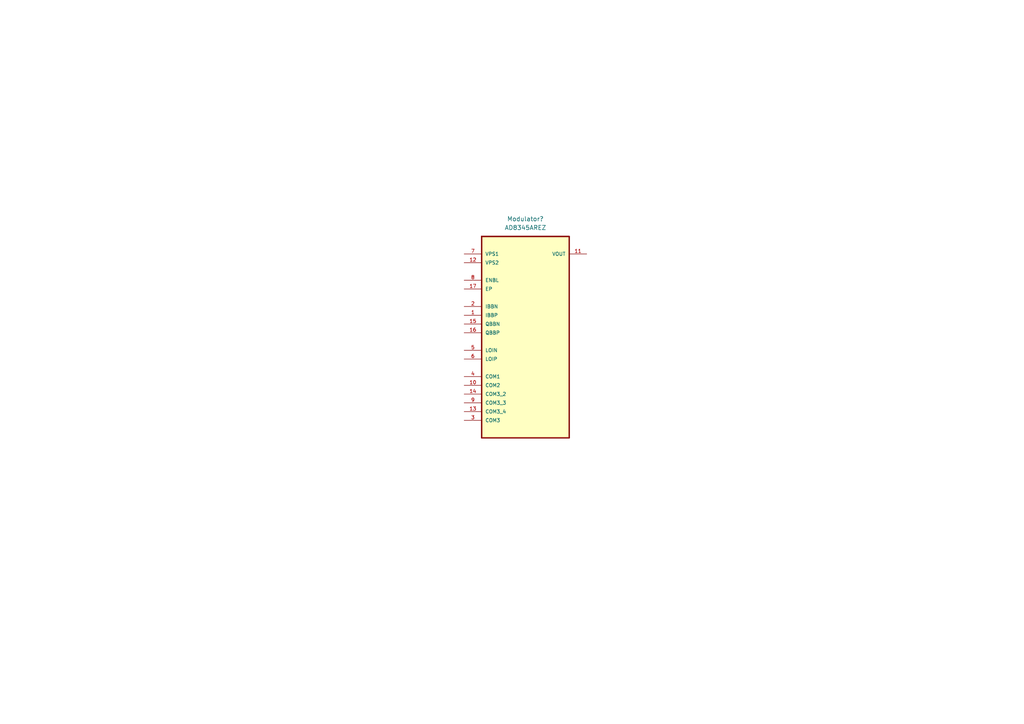
<source format=kicad_sch>
(kicad_sch (version 20211123) (generator eeschema)

  (uuid 21f195e0-c071-4b64-a318-08136dba9725)

  (paper "A4")

  (lib_symbols
    (symbol "local_library:AD8345AREZ" (pin_names (offset 1.016)) (in_bom yes) (on_board yes)
      (property "Reference" "U" (id 0) (at -4.7244 29.4386 0)
        (effects (font (size 1.27 1.27)) (justify left bottom))
      )
      (property "Value" "AD8345AREZ" (id 1) (at -5.4356 -38.9382 0)
        (effects (font (size 1.27 1.27)) (justify left bottom))
      )
      (property "Footprint" "" (id 2) (at 1.27 -12.7 0)
        (effects (font (size 1.27 1.27)) (justify bottom) hide)
      )
      (property "Datasheet" "" (id 3) (at 0 0 0)
        (effects (font (size 1.27 1.27)) hide)
      )
      (property "OC_NEWARK" "" (id 4) (at 0 3.81 0)
        (effects (font (size 1.27 1.27)) (justify bottom) hide)
      )
      (property "OC_FARNELL" "" (id 5) (at 0 0 0)
        (effects (font (size 1.27 1.27)) (justify bottom) hide)
      )
      (property "MPN" "AD8345AREZ" (id 6) (at 0 8.89 0)
        (effects (font (size 1.27 1.27)) (justify bottom) hide)
      )
      (property "SUPPLIER" "" (id 7) (at 0 -1.27 0)
        (effects (font (size 1.27 1.27)) (justify bottom) hide)
      )
      (property "PACKAGE" "TSSOP-16" (id 8) (at 0 -5.08 0)
        (effects (font (size 1.27 1.27)) (justify bottom) hide)
      )
      (symbol "AD8345AREZ_0_0"
        (rectangle (start -12.7 -33.02) (end 12.7 25.4)
          (stroke (width 0.4064) (type default) (color 0 0 0 0))
          (fill (type background))
        )
        (pin input line (at -17.78 2.54 0) (length 5.08)
          (name "IBBP" (effects (font (size 1.016 1.016))))
          (number "1" (effects (font (size 1.016 1.016))))
        )
        (pin passive line (at -17.78 -17.78 0) (length 5.08)
          (name "COM2" (effects (font (size 1.016 1.016))))
          (number "10" (effects (font (size 1.016 1.016))))
        )
        (pin output line (at 17.78 20.32 180) (length 5.08)
          (name "VOUT" (effects (font (size 1.016 1.016))))
          (number "11" (effects (font (size 1.016 1.016))))
        )
        (pin power_in line (at -17.78 17.78 0) (length 5.08)
          (name "VPS2" (effects (font (size 1.016 1.016))))
          (number "12" (effects (font (size 1.016 1.016))))
        )
        (pin passive line (at -17.78 -25.4 0) (length 5.08)
          (name "COM3_4" (effects (font (size 1.016 1.016))))
          (number "13" (effects (font (size 1.016 1.016))))
        )
        (pin passive line (at -17.78 -20.32 0) (length 5.08)
          (name "COM3_2" (effects (font (size 1.016 1.016))))
          (number "14" (effects (font (size 1.016 1.016))))
        )
        (pin input line (at -17.78 0 0) (length 5.08)
          (name "QBBN" (effects (font (size 1.016 1.016))))
          (number "15" (effects (font (size 1.016 1.016))))
        )
        (pin input line (at -17.78 -2.54 0) (length 5.08)
          (name "QBBP" (effects (font (size 1.016 1.016))))
          (number "16" (effects (font (size 1.016 1.016))))
        )
        (pin passive line (at -17.78 10.16 0) (length 5.08)
          (name "EP" (effects (font (size 1.016 1.016))))
          (number "17" (effects (font (size 1.016 1.016))))
        )
        (pin input line (at -17.78 5.08 0) (length 5.08)
          (name "IBBN" (effects (font (size 1.016 1.016))))
          (number "2" (effects (font (size 1.016 1.016))))
        )
        (pin passive line (at -17.78 -27.94 0) (length 5.08)
          (name "COM3" (effects (font (size 1.016 1.016))))
          (number "3" (effects (font (size 1.016 1.016))))
        )
        (pin passive line (at -17.78 -15.24 0) (length 5.08)
          (name "COM1" (effects (font (size 1.016 1.016))))
          (number "4" (effects (font (size 1.016 1.016))))
        )
        (pin input line (at -17.78 -7.62 0) (length 5.08)
          (name "LOIN" (effects (font (size 1.016 1.016))))
          (number "5" (effects (font (size 1.016 1.016))))
        )
        (pin input line (at -17.78 -10.16 0) (length 5.08)
          (name "LOIP" (effects (font (size 1.016 1.016))))
          (number "6" (effects (font (size 1.016 1.016))))
        )
        (pin power_in line (at -17.78 20.32 0) (length 5.08)
          (name "VPS1" (effects (font (size 1.016 1.016))))
          (number "7" (effects (font (size 1.016 1.016))))
        )
        (pin input line (at -17.78 12.7 0) (length 5.08)
          (name "ENBL" (effects (font (size 1.016 1.016))))
          (number "8" (effects (font (size 1.016 1.016))))
        )
        (pin passive line (at -17.78 -22.86 0) (length 5.08)
          (name "COM3_3" (effects (font (size 1.016 1.016))))
          (number "9" (effects (font (size 1.016 1.016))))
        )
      )
    )
  )


  (symbol (lib_id "local_library:AD8345AREZ") (at 152.4 93.98 0) (unit 1)
    (in_bom yes) (on_board yes) (fields_autoplaced)
    (uuid 0804e54c-5c84-4925-a937-07358693c834)
    (property "Reference" "Modulator?" (id 0) (at 152.4 63.5 0))
    (property "Value" "AD8345AREZ" (id 1) (at 152.4 66.04 0))
    (property "Footprint" "" (id 2) (at 153.67 106.68 0)
      (effects (font (size 1.27 1.27)) (justify bottom) hide)
    )
    (property "Datasheet" "" (id 3) (at 152.4 93.98 0)
      (effects (font (size 1.27 1.27)) hide)
    )
    (property "OC_NEWARK" "" (id 4) (at 152.4 90.17 0)
      (effects (font (size 1.27 1.27)) (justify bottom) hide)
    )
    (property "OC_FARNELL" "" (id 5) (at 152.4 93.98 0)
      (effects (font (size 1.27 1.27)) (justify bottom) hide)
    )
    (property "MPN" "AD8345AREZ" (id 6) (at 152.4 85.09 0)
      (effects (font (size 1.27 1.27)) (justify bottom) hide)
    )
    (property "SUPPLIER" "" (id 7) (at 152.4 95.25 0)
      (effects (font (size 1.27 1.27)) (justify bottom) hide)
    )
    (property "PACKAGE" "TSSOP-16" (id 8) (at 152.4 99.06 0)
      (effects (font (size 1.27 1.27)) (justify bottom) hide)
    )
    (pin "1" (uuid 38132ac5-7d1b-40cd-9572-e05c633e0890))
    (pin "10" (uuid bf1b2ac9-26b4-4d25-9b5b-16eb3b6bd79b))
    (pin "11" (uuid 4066879b-4813-42b2-ac31-92286fa21264))
    (pin "12" (uuid c2f65a1e-84de-40f1-91a2-747a2f78c314))
    (pin "13" (uuid a4723e65-5b74-4c29-a530-f99f775bef25))
    (pin "14" (uuid 17b1410c-36fb-4704-8344-5e1850232ada))
    (pin "15" (uuid b2eae30c-bbb6-408d-8379-adcf2a6afdda))
    (pin "16" (uuid 67563eb4-0ad5-4137-a7fe-7b1b363c10a6))
    (pin "17" (uuid ebe1426f-765b-4a90-89ff-d7cbe87ae5d0))
    (pin "2" (uuid d397ec83-5168-4ebc-b1ec-329f09423430))
    (pin "3" (uuid 18c448d9-f0af-4d0d-bfb8-62a2bb92a687))
    (pin "4" (uuid 6d268b33-46cc-4e45-ae9e-91310ecf4c51))
    (pin "5" (uuid bdac4731-2e11-4bb4-a2f7-daabe88dc0be))
    (pin "6" (uuid 3c260151-667a-4d4d-9aa9-399fb5e8e48b))
    (pin "7" (uuid 035ea33a-5710-4a4a-b603-6c201dd90a21))
    (pin "8" (uuid 604f79b7-e173-42ab-81d0-c5cf58a7709a))
    (pin "9" (uuid d5010679-cee7-49d6-ab57-b4c2f3326f63))
  )
)

</source>
